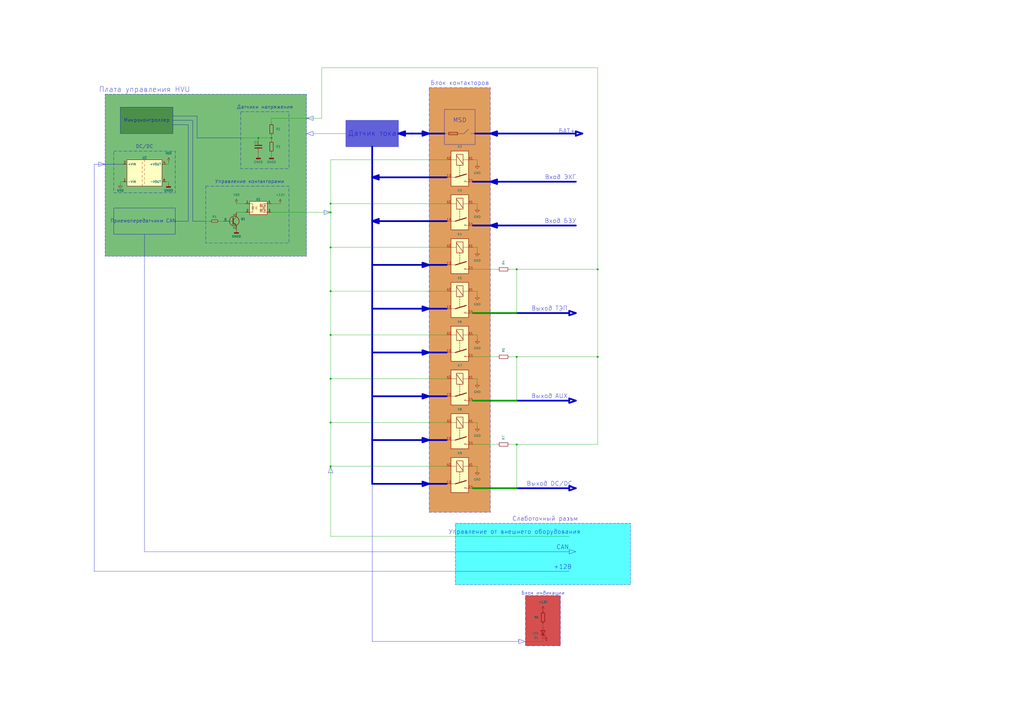
<source format=kicad_sch>
(kicad_sch (version 20231120) (generator "eeschema") (generator_version "8.0")
  (paper "A2")
  (title_block (title "Блок коммутаций HVU") (company "ООО \"Электротранспортные технологии\"") (comment 1 "НВЦТ. 0001.0400.001 Э2"))
  (lib_symbols
    (symbol "Device:C" (pin_numbers hide) (pin_names (offset 0.254))
      (property "Reference" "C" (at 0.635 2.54 0))
      (property "Value" "C" (at 0.635 -2.54 0))
      (symbol "C_0_1"
        (polyline (pts (xy -2.032 -0.762) (xy 2.032 -0.762)) (stroke (width 0.508)))
        (polyline (pts (xy -2.032 0.762) (xy 2.032 0.762)) (stroke (width 0.508)))
      )
      (symbol "C_1_1"
        (pin passive line (at 0 3.81 270) (length 2.794) (name "~") (number "1"))
        (pin passive line (at 0 -3.81 90) (length 2.794) (name "~") (number "2"))
      )
    )
    (symbol "Device:Fuse" (pin_numbers hide) (pin_names (offset 0))
      (property "Reference" "F" (at 2.032 0 90))
      (property "Value" "Fuse" (at -1.905 0 90))
      (symbol "Fuse_0_1"
        (rectangle (start -0.762 -2.54) (end 0.762 2.54) (stroke (width 0.254)))
        (polyline (pts (xy 0 2.54) (xy 0 -2.54)))
      )
      (symbol "Fuse_1_1"
        (pin passive line (at 0 3.81 270) (length 1.27) (name "~") (number "1"))
        (pin passive line (at 0 -3.81 90) (length 1.27) (name "~") (number "2"))
      )
    )
    (symbol "Device:LED" (pin_numbers hide) (pin_names (offset 1.016) hide)
      (property "Reference" "D" (at 0 2.54 0))
      (property "Value" "LED" (at 0 -2.54 0))
      (symbol "LED_0_1"
        (polyline (pts (xy -1.27 -1.27) (xy -1.27 1.27)) (stroke (width 0.254)))
        (polyline (pts (xy -1.27 0) (xy 1.27 0)))
        (polyline (pts (xy 1.27 -1.27) (xy 1.27 1.27) (xy -1.27 0) (xy 1.27 -1.27)) (stroke (width 0.254)))
        (polyline (pts (xy -3.048 -0.762) (xy -4.572 -2.286) (xy -3.81 -2.286) (xy -4.572 -2.286) (xy -4.572 -1.524)))
        (polyline (pts (xy -1.778 -0.762) (xy -3.302 -2.286) (xy -2.54 -2.286) (xy -3.302 -2.286) (xy -3.302 -1.524)))
      )
      (symbol "LED_1_1"
        (pin passive line (at -3.81 0 0) (length 2.54) (name "K") (number "1"))
        (pin passive line (at 3.81 0 180) (length 2.54) (name "A") (number "2"))
      )
    )
    (symbol "Device:R" (pin_numbers hide) (pin_names (offset 0))
      (property "Reference" "R" (at 2.032 0 90))
      (property "Value" "R" (at 0 0 90))
      (symbol "R_0_1"
        (rectangle (start -1.016 -2.54) (end 1.016 2.54) (stroke (width 0.254)))
      )
      (symbol "R_1_1"
        (pin passive line (at 0 3.81 270) (length 1.27) (name "~") (number "1"))
        (pin passive line (at 0 -3.81 90) (length 1.27) (name "~") (number "2"))
      )
    )
    (symbol "Device:R_Small" (pin_numbers hide) (pin_names (offset 0.254) hide)
      (property "Reference" "R" (at 0.762 0.508 0))
      (property "Value" "R_Small" (at 0.762 -1.016 0))
      (symbol "R_Small_0_1"
        (rectangle (start -0.762 1.778) (end 0.762 -1.778) (stroke (width 0.2032)))
      )
      (symbol "R_Small_1_1"
        (pin passive line (at 0 2.54 270) (length 0.762) (name "~") (number "1"))
        (pin passive line (at 0 -2.54 90) (length 0.762) (name "~") (number "2"))
      )
    )
    (symbol "Regulator_Switching:TMR_1-0515"
      (property "Reference" "U" (at -8.89 8.89 0))
      (property "Value" "TMR_1-0515" (at 10.16 8.89 0))
      (symbol "TMR_1-0515_0_1"
        (rectangle (start -10.16 7.62) (end 10.16 -7.62) (stroke (width 0.254)) (fill (type background)))
        (polyline (pts (xy -1.27 -7.62) (xy -1.27 -6.35)))
        (polyline (pts (xy -1.27 -5.08) (xy -1.27 -3.81)))
        (polyline (pts (xy -1.27 -2.54) (xy -1.27 -1.27)))
        (polyline (pts (xy -1.27 0) (xy -1.27 1.27)))
        (polyline (pts (xy -1.27 2.54) (xy -1.27 3.81)))
        (polyline (pts (xy -1.27 5.08) (xy -1.27 6.35)))
        (polyline (pts (xy 0 -5.08) (xy 0 -6.35)))
        (polyline (pts (xy 0 -2.54) (xy 0 -3.81)))
        (polyline (pts (xy 0 0) (xy 0 -1.27)))
        (polyline (pts (xy 0 2.54) (xy 0 1.27)))
        (polyline (pts (xy 0 5.08) (xy 0 3.81)))
        (polyline (pts (xy 0 7.62) (xy 0 6.35)))
      )
      (symbol "TMR_1-0515_1_1"
        (pin power_in line (at -12.7 -5.08 0) (length 2.54) (name "-VIN") (number "1"))
        (pin power_in line (at -12.7 5.08 0) (length 2.54) (name "+VIN") (number "2"))
        (pin power_out line (at 12.7 5.08 180) (length 2.54) (name "+VOUT") (number "4"))
        (pin power_out line (at 12.7 -5.08 180) (length 2.54) (name "-VOUT") (number "6"))
      )
    )
    (symbol "Relay:Fujitsu_FTR-LYAA005x"
      (property "Reference" "K" (at 11.43 3.81 0))
      (property "Value" "Fujitsu_FTR-LYAA005x" (at 11.43 1.27 0))
      (symbol "Fujitsu_FTR-LYAA005x_0_0"
        (polyline (pts (xy 7.62 5.08) (xy 7.62 2.54) (xy 6.985 3.175) (xy 7.62 3.81)))
      )
      (symbol "Fujitsu_FTR-LYAA005x_0_1"
        (rectangle (start -10.16 5.08) (end 10.16 -5.08) (stroke (width 0.254)) (fill (type background)))
        (rectangle (start -8.255 1.905) (end -1.905 -1.905) (stroke (width 0.254)))
        (polyline (pts (xy -7.62 -1.905) (xy -2.54 1.905)) (stroke (width 0.254)))
        (polyline (pts (xy -5.08 -5.08) (xy -5.08 -1.905)))
        (polyline (pts (xy -5.08 5.08) (xy -5.08 1.905)))
        (polyline (pts (xy -1.905 0) (xy -1.27 0)) (stroke (width 0.254)))
        (polyline (pts (xy -0.635 0) (xy 0 0)) (stroke (width 0.254)))
        (polyline (pts (xy 0.635 0) (xy 1.27 0)) (stroke (width 0.254)))
        (polyline (pts (xy 1.905 0) (xy 2.54 0)) (stroke (width 0.254)))
        (polyline (pts (xy 3.175 0) (xy 3.81 0)) (stroke (width 0.254)))
        (polyline (pts (xy 5.08 -2.54) (xy 3.175 3.81)) (stroke (width 0.508)))
        (polyline (pts (xy 5.08 -2.54) (xy 5.08 -5.08)))
      )
      (symbol "Fujitsu_FTR-LYAA005x_1_1"
        (pin passive line (at 5.08 -7.62 90) (length 2.54) (name "~") (number "13"))
        (pin passive line (at 7.62 7.62 270) (length 2.54) (name "~") (number "14"))
        (pin passive line (at -5.08 7.62 270) (length 2.54) (name "~") (number "A1"))
        (pin passive line (at -5.08 -7.62 90) (length 2.54) (name "~") (number "A2"))
      )
    )
    (symbol "Relay_SolidState:ASSR-1218"
      (property "Reference" "U" (at -5.08 5.08 0))
      (property "Value" "ASSR-1218" (at 0 5.08 0))
      (symbol "ASSR-1218_0_1"
        (rectangle (start -5.08 3.81) (end 5.08 -3.81) (stroke (width 0.254)) (fill (type background)))
        (polyline (pts (xy -3.81 -0.635) (xy -2.54 -0.635)))
        (polyline (pts (xy 1.016 -0.635) (xy 1.016 -2.159)) (stroke (width 0.2032)))
        (polyline (pts (xy 1.016 2.159) (xy 1.016 0.635)) (stroke (width 0.2032)))
        (polyline (pts (xy 1.524 -0.508) (xy 1.524 -0.762)) (stroke (width 0.3556)))
        (polyline (pts (xy 2.794 0) (xy 3.81 0)))
        (polyline (pts (xy 3.429 -1.651) (xy 4.191 -1.651)))
        (polyline (pts (xy 3.429 1.651) (xy 4.191 1.651)))
        (polyline (pts (xy 3.81 -2.54) (xy 3.81 2.54)))
        (polyline (pts (xy 1.524 -2.032) (xy 1.524 -2.286) (xy 1.524 -2.286)) (stroke (width 0.3556)))
        (polyline (pts (xy 1.524 -1.27) (xy 1.524 -1.524) (xy 1.524 -1.524)) (stroke (width 0.3556)))
        (polyline (pts (xy 1.524 0.762) (xy 1.524 0.508) (xy 1.524 0.508)) (stroke (width 0.3556)))
        (polyline (pts (xy 1.524 1.524) (xy 1.524 1.27) (xy 1.524 1.27)) (stroke (width 0.3556)))
        (polyline (pts (xy 1.524 2.286) (xy 1.524 2.032) (xy 1.524 2.032)) (stroke (width 0.3556)))
        (polyline (pts (xy 1.651 -1.397) (xy 2.794 -1.397) (xy 2.794 -0.635)))
        (polyline (pts (xy 1.651 1.397) (xy 2.794 1.397) (xy 2.794 0.635)))
        (polyline (pts (xy -5.08 2.54) (xy -3.175 2.54) (xy -3.175 -2.54) (xy -5.08 -2.54)))
        (polyline (pts (xy -3.175 -0.635) (xy -3.81 0.635) (xy -2.54 0.635) (xy -3.175 -0.635)))
        (polyline (pts (xy 1.651 -2.159) (xy 2.794 -2.159) (xy 2.794 -2.54) (xy 5.08 -2.54)))
        (polyline (pts (xy 1.651 -0.635) (xy 2.794 -0.635) (xy 2.794 0.635) (xy 1.651 0.635)))
        (polyline (pts (xy 1.651 2.159) (xy 2.794 2.159) (xy 2.794 2.54) (xy 5.08 2.54)))
        (polyline (pts (xy 1.778 -1.397) (xy 2.286 -1.27) (xy 2.286 -1.524) (xy 1.778 -1.397)))
        (polyline (pts (xy 1.778 1.397) (xy 2.286 1.524) (xy 2.286 1.27) (xy 1.778 1.397)))
        (polyline (pts (xy 3.81 -1.651) (xy 3.429 -0.889) (xy 4.191 -0.889) (xy 3.81 -1.651)))
        (polyline (pts (xy 3.81 1.651) (xy 3.429 0.889) (xy 4.191 0.889) (xy 3.81 1.651)))
        (polyline (pts (xy -1.905 -0.508) (xy -0.635 -0.508) (xy -1.016 -0.635) (xy -1.016 -0.381) (xy -0.635 -0.508)))
        (polyline (pts (xy -1.905 0.508) (xy -0.635 0.508) (xy -1.016 0.381) (xy -1.016 0.635) (xy -0.635 0.508)))
        (circle (center 2.794 -0.635) (radius 0.127))
        (circle (center 2.794 0) (radius 0.127))
        (circle (center 2.794 0.635) (radius 0.127))
        (circle (center 3.81 -2.54) (radius 0.127))
        (circle (center 3.81 0) (radius 0.127))
        (circle (center 3.81 2.54) (radius 0.127))
      )
      (symbol "ASSR-1218_1_1"
        (pin passive line (at -7.62 2.54 0) (length 2.54) (name "~") (number "1"))
        (pin passive line (at -7.62 -2.54 0) (length 2.54) (name "~") (number "2"))
        (pin passive line (at 7.62 -2.54 180) (length 2.54) (name "~") (number "3"))
        (pin passive line (at 7.62 2.54 180) (length 2.54) (name "~") (number "4"))
      )
    )
    (symbol "Simulation_SPICE:NPN" (pin_numbers hide) (pin_names (offset 0))
      (property "Reference" "Q" (at -2.54 7.62 0))
      (property "Value" "NPN" (at -2.54 5.08 0))
      (symbol "NPN_0_1"
        (polyline (pts (xy -2.54 0) (xy 0.635 0)) (stroke (width 0.1524)))
        (polyline (pts (xy 0.635 0.635) (xy 2.54 2.54)))
        (polyline (pts (xy 2.794 -1.27) (xy 2.794 -1.27)) (stroke (width 0.1524)))
        (polyline (pts (xy 2.794 -1.27) (xy 2.794 -1.27)) (stroke (width 0.1524)))
        (polyline (pts (xy 0.635 -0.635) (xy 2.54 -2.54) (xy 2.54 -2.54)))
        (polyline (pts (xy 0.635 1.905) (xy 0.635 -1.905) (xy 0.635 -1.905)) (stroke (width 0.508)))
        (polyline (pts (xy 1.27 -1.778) (xy 1.778 -1.27) (xy 2.286 -2.286) (xy 1.27 -1.778) (xy 1.27 -1.778)) (fill (type outline)))
        (circle (center 1.27 0) (radius 2.8194) (stroke (width 0.254)))
      )
      (symbol "NPN_1_1"
        (pin open_collector line (at 2.54 5.08 270) (length 2.54) (name "C") (number "1"))
        (pin input line (at -5.08 0 0) (length 2.54) (name "B") (number "2"))
        (pin open_emitter line (at 2.54 -5.08 90) (length 2.54) (name "E") (number "3"))
      )
    )
    (symbol "power:+12V" (power) (pin_numbers hide) (pin_names (offset 0) hide)
      (property "Value" "+12V" (at 0 3.556 0))
      (symbol "+12V_0_1"
        (polyline (pts (xy -0.762 1.27) (xy 0 2.54)))
        (polyline (pts (xy 0 0) (xy 0 2.54)))
        (polyline (pts (xy 0 2.54) (xy 0.762 1.27)))
      )
      (symbol "+12V_1_1"
        (pin power_in line (at 0 0 90) (length 0) (name "~") (number "1"))
      )
    )
    (symbol "power:GND" (power) (pin_numbers hide) (pin_names (offset 0) hide)
      (property "Value" "GND" (at 0 -3.81 0))
      (symbol "GND_0_1"
        (polyline (pts (xy 0 0) (xy 0 -1.27) (xy 1.27 -1.27) (xy 0 -2.54) (xy -1.27 -1.27) (xy 0 -1.27)))
      )
      (symbol "GND_1_1"
        (pin power_in line (at 0 0 270) (length 0) (name "~") (number "1"))
      )
    )
    (symbol "power:GNDD" (power) (pin_numbers hide) (pin_names (offset 0) hide)
      (property "Value" "GNDD" (at 0 -3.175 0))
      (symbol "GNDD_0_1"
        (rectangle (start -1.27 -1.524) (end 1.27 -2.032) (stroke (width 0.254)) (fill (type outline)))
        (polyline (pts (xy 0 0) (xy 0 -1.524)))
      )
      (symbol "GNDD_1_1"
        (pin power_in line (at 0 0 270) (length 0) (name "~") (number "1"))
      )
    )
    (symbol "power:VDD" (power) (pin_numbers hide) (pin_names (offset 0) hide)
      (property "Value" "VDD" (at 0 3.556 0))
      (symbol "VDD_0_1"
        (polyline (pts (xy -0.762 1.27) (xy 0 2.54)))
        (polyline (pts (xy 0 0) (xy 0 2.54)))
        (polyline (pts (xy 0 2.54) (xy 0.762 1.27)))
      )
      (symbol "VDD_1_1"
        (pin power_in line (at 0 0 90) (length 0) (name "~") (number "1"))
      )
    )
  )
  (junction (at 191.77 118.11))
  (junction (at 191.77 270.51))
  (junction (at 191.77 168.91))
  (junction (at 346.71 207.01))
  (junction (at 157.48 80.01))
  (junction (at 299.72 156.21))
  (junction (at 191.77 245.11))
  (junction (at 149.86 80.01))
  (junction (at 191.77 143.51))
  (junction (at 191.77 194.31))
  (junction (at 346.71 156.21))
  (junction (at 191.77 123.19))
  (junction (at 299.72 257.81))
  (junction (at 299.72 207.01))
  (junction (at 191.77 219.71))
  (wire (pts (xy 186.69 68.58) (xy 186.69 39.37)))
  (wire (pts (xy 299.72 156.21) (xy 295.91 156.21)))
  (polyline (pts (xy 100.33 69.85) (xy 110.49 69.85)))
  (wire (pts (xy 276.86 270.51) (xy 276.86 273.05)))
  (polyline (pts (xy 245.11 154.94) (xy 245.11 152.4)) (stroke (width 1)))
  (wire (pts (xy 259.08 92.71) (xy 191.77 92.71)))
  (polyline (pts (xy 288.29 78.74) (xy 284.48 77.47)) (stroke (width 1)))
  (polyline (pts (xy 267.97 77.47) (xy 269.24 77.47)))
  (wire (pts (xy 274.32 168.91) (xy 276.86 168.91)))
  (polyline (pts (xy 215.9 128.27) (xy 259.08 128.27)) (stroke (width 1)))
  (wire (pts (xy 274.32 232.41) (xy 299.72 232.41)) (stroke (width 1)))
  (wire (pts (xy 259.08 270.51) (xy 191.77 270.51)))
  (polyline (pts (xy 275.59 77.47) (xy 334.01 77.47)) (stroke (width 1)))
  (polyline (pts (xy 181.61 67.31) (xy 181.61 69.85)))
  (polyline (pts (xy 300.99 372.11) (xy 215.9 372.11)))
  (polyline (pts (xy 288.29 76.2) (xy 288.29 78.74)) (stroke (width 1)))
  (wire (pts (xy 314.96 363.22) (xy 314.96 361.95)))
  (polyline (pts (xy 219.71 104.14) (xy 215.9 102.87)) (stroke (width 1)))
  (polyline (pts (xy 248.92 204.47) (xy 245.11 205.74)) (stroke (width 1)))
  (wire (pts (xy 191.77 270.51) (xy 191.77 311.15)))
  (wire (pts (xy 274.32 92.71) (xy 276.86 92.71)))
  (wire (pts (xy 191.77 311.15) (xy 330.2 311.15)))
  (polyline (pts (xy 274.32 105.41) (xy 334.01 105.41)) (stroke (width 1)))
  (polyline (pts (xy 177.8 77.47) (xy 181.61 76.2)))
  (polyline (pts (xy 300.99 373.38) (xy 300.99 370.84)))
  (wire (pts (xy 346.71 257.81) (xy 299.72 257.81)))
  (polyline (pts (xy 215.9 280.67) (xy 259.08 280.67)) (stroke (width 1)))
  (wire (pts (xy 346.71 156.21) (xy 299.72 156.21)))
  (wire (pts (xy 274.32 207.01) (xy 288.29 207.01)))
  (wire (pts (xy 142.24 123.19) (xy 137.16 123.19)))
  (wire (pts (xy 346.71 207.01) (xy 346.71 257.81)))
  (polyline (pts (xy 245.11 279.4) (xy 248.92 280.67)) (stroke (width 1)))
  (polyline (pts (xy 288.29 129.54) (xy 288.29 132.08)) (stroke (width 1)))
  (wire (pts (xy 149.86 90.17) (xy 149.86 88.9)))
  (polyline (pts (xy 231.14 77.47) (xy 234.95 78.74)) (stroke (width 1)))
  (polyline (pts (xy 193.04 274.32) (xy 190.5 274.32)))
  (polyline (pts (xy 245.11 78.74) (xy 245.11 76.2)) (stroke (width 1)))
  (polyline (pts (xy 284.48 77.47) (xy 288.29 76.2)) (stroke (width 1)))
  (polyline (pts (xy 200.66 77.47) (xy 181.61 77.47)))
  (wire (pts (xy 299.72 181.61) (xy 299.72 156.21)))
  (wire (pts (xy 191.77 92.71) (xy 191.77 118.11)))
  (polyline (pts (xy 245.11 76.2) (xy 248.92 77.47)) (stroke (width 1)))
  (polyline (pts (xy 54.61 331.47) (xy 330.2 331.47)))
  (polyline (pts (xy 187.96 121.92) (xy 191.77 123.19)))
  (polyline (pts (xy 245.11 180.34) (xy 245.11 177.8)) (stroke (width 1)))
  (polyline (pts (xy 248.92 153.67) (xy 245.11 154.94)) (stroke (width 1)))
  (wire (pts (xy 191.77 194.31) (xy 259.08 194.31)))
  (wire (pts (xy 274.32 156.21) (xy 288.29 156.21)))
  (wire (pts (xy 257.81 77.47) (xy 259.08 77.47)))
  (wire (pts (xy 97.79 105.41) (xy 97.79 106.68)))
  (wire (pts (xy 346.71 156.21) (xy 346.71 207.01)))
  (polyline (pts (xy 219.71 101.6) (xy 219.71 104.14)) (stroke (width 1)))
  (polyline (pts (xy 334.01 283.21) (xy 330.2 284.48)) (stroke (width 1)))
  (wire (pts (xy 191.77 245.11) (xy 259.08 245.11)))
  (polyline (pts (xy 215.9 229.87) (xy 259.08 229.87)) (stroke (width 1)))
  (polyline (pts (xy 114.3 80.01) (xy 139.7 80.01)))
  (wire (pts (xy 299.72 257.81) (xy 295.91 257.81)))
  (wire (pts (xy 274.32 283.21) (xy 299.72 283.21)) (stroke (width 1)))
  (polyline (pts (xy 248.92 280.67) (xy 245.11 281.94)) (stroke (width 1)))
  (polyline (pts (xy 245.11 203.2) (xy 248.92 204.47)) (stroke (width 1)))
  (polyline (pts (xy 181.61 76.2) (xy 181.61 78.74)))
  (polyline (pts (xy 215.9 255.27) (xy 259.08 255.27)) (stroke (width 1)))
  (wire (pts (xy 149.86 80.01) (xy 157.48 80.01)))
  (polyline (pts (xy 300.99 370.84) (xy 304.8 372.11)))
  (polyline (pts (xy 288.29 104.14) (xy 288.29 106.68)) (stroke (width 1)))
  (polyline (pts (xy 109.22 90.17) (xy 109.22 128.27)))
  (polyline (pts (xy 100.33 72.39) (xy 107.95 72.39)))
  (polyline (pts (xy 299.72 181.61) (xy 330.2 181.61)) (stroke (width 1)))
  (wire (pts (xy 274.32 245.11) (xy 276.86 245.11)))
  (wire (pts (xy 191.77 168.91) (xy 259.08 168.91)))
  (polyline (pts (xy 334.01 232.41) (xy 330.2 233.68)) (stroke (width 1)))
  (wire (pts (xy 127 128.27) (xy 129.54 128.27)))
  (polyline (pts (xy 83.82 135.89) (xy 83.82 156.21)))
  (polyline (pts (xy 234.95 78.74) (xy 234.95 76.2)) (stroke (width 1)))
  (polyline (pts (xy 299.72 232.41) (xy 330.2 232.41)) (stroke (width 1)))
  (polyline (pts (xy 215.9 128.27) (xy 219.71 127)) (stroke (width 1)))
  (polyline (pts (xy 266.7 77.47) (xy 267.97 77.47)))
  (polyline (pts (xy 330.2 182.88) (xy 330.2 180.34)) (stroke (width 1)))
  (polyline (pts (xy 248.92 255.27) (xy 245.11 256.54)) (stroke (width 1)))
  (wire (pts (xy 304.8 372.11) (xy 314.96 372.11)))
  (polyline (pts (xy 57.15 93.98) (xy 60.96 95.25)))
  (wire (pts (xy 259.08 143.51) (xy 191.77 143.51)))
  (wire (pts (xy 191.77 118.11) (xy 191.77 123.19)))
  (polyline (pts (xy 215.9 204.47) (xy 259.08 204.47)) (stroke (width 1)))
  (wire (pts (xy 274.32 143.51) (xy 276.86 143.51)))
  (polyline (pts (xy 60.96 95.25) (xy 69.85 95.25)))
  (polyline (pts (xy 334.01 78.74) (xy 334.01 76.2)) (stroke (width 1)))
  (polyline (pts (xy 109.22 90.17) (xy 109.22 72.39)))
  (polyline (pts (xy 274.32 130.81) (xy 334.01 130.81)) (stroke (width 1)))
  (polyline (pts (xy 54.61 95.25) (xy 54.61 331.47)))
  (polyline (pts (xy 215.9 153.67) (xy 259.08 153.67)) (stroke (width 1)))
  (wire (pts (xy 157.48 78.74) (xy 157.48 80.01)))
  (wire (pts (xy 276.86 92.71) (xy 276.86 95.25)))
  (polyline (pts (xy 215.9 179.07) (xy 259.08 179.07)) (stroke (width 1)))
  (polyline (pts (xy 330.2 233.68) (xy 330.2 231.14)) (stroke (width 1)))
  (polyline (pts (xy 334.01 181.61) (xy 330.2 182.88)) (stroke (width 1)))
  (wire (pts (xy 186.69 39.37) (xy 346.71 39.37)))
  (wire (pts (xy 191.77 123.19) (xy 191.77 143.51)))
  (wire (pts (xy 71.12 105.41) (xy 69.85 105.41)))
  (polyline (pts (xy 300.99 370.84) (xy 300.99 372.11)))
  (polyline (pts (xy 248.92 179.07) (xy 245.11 180.34)) (stroke (width 1)))
  (polyline (pts (xy 248.92 77.47) (xy 245.11 78.74)) (stroke (width 1)))
  (polyline (pts (xy 177.8 68.58) (xy 181.61 67.31)))
  (wire (pts (xy 276.86 245.11) (xy 276.86 247.65)))
  (polyline (pts (xy 215.9 102.87) (xy 259.08 102.87)) (stroke (width 1)))
  (wire (pts (xy 274.32 257.81) (xy 288.29 257.81)))
  (wire (pts (xy 157.48 71.12) (xy 157.48 68.58)))
  (polyline (pts (xy 330.2 284.48) (xy 330.2 281.94)) (stroke (width 1)))
  (wire (pts (xy 191.77 143.51) (xy 191.77 168.91)))
  (polyline (pts (xy 337.82 77.47) (xy 334.01 78.74)) (stroke (width 1)))
  (polyline (pts (xy 69.85 95.25) (xy 71.12 95.25)))
  (polyline (pts (xy 111.76 69.85) (xy 110.49 69.85)))
  (wire (pts (xy 191.77 194.31) (xy 191.77 168.91)))
  (wire (pts (xy 299.72 232.41) (xy 299.72 207.01)))
  (polyline (pts (xy 334.01 320.04) (xy 330.2 321.31)))
  (polyline (pts (xy 245.11 254) (xy 248.92 255.27)) (stroke (width 1)))
  (wire (pts (xy 137.16 118.11) (xy 142.24 118.11)))
  (wire (pts (xy 157.48 90.17) (xy 157.48 88.9)))
  (polyline (pts (xy 248.92 229.87) (xy 245.11 231.14)) (stroke (width 1)))
  (wire (pts (xy 149.86 81.28) (xy 149.86 80.01)))
  (wire (pts (xy 191.77 219.71) (xy 191.77 194.31)))
  (polyline (pts (xy 111.76 87.63) (xy 111.76 128.27)))
  (wire (pts (xy 191.77 219.71) (xy 259.08 219.71)))
  (wire (pts (xy 119.38 128.27) (xy 121.92 128.27)))
  (polyline (pts (xy 101.6 128.27) (xy 109.22 128.27)))
  (polyline (pts (xy 330.2 231.14) (xy 334.01 232.41)) (stroke (width 1)))
  (polyline (pts (xy 114.3 67.31) (xy 113.03 67.31)))
  (wire (pts (xy 191.77 245.11) (xy 191.77 219.71)))
  (polyline (pts (xy 288.29 132.08) (xy 284.48 130.81)) (stroke (width 1)))
  (wire (pts (xy 276.86 219.71) (xy 276.86 222.25)))
  (wire (pts (xy 69.85 105.41) (xy 69.85 106.68)))
  (polyline (pts (xy 215.9 102.87) (xy 219.71 101.6)) (stroke (width 1)))
  (wire (pts (xy 274.32 219.71) (xy 276.86 219.71)))
  (wire (pts (xy 276.86 168.91) (xy 276.86 171.45)))
  (wire (pts (xy 299.72 207.01) (xy 295.91 207.01)))
  (polyline (pts (xy 181.61 78.74) (xy 177.8 77.47)))
  (polyline (pts (xy 245.11 205.74) (xy 245.11 203.2)) (stroke (width 1)))
  (polyline (pts (xy 245.11 152.4) (xy 248.92 153.67)) (stroke (width 1)))
  (polyline (pts (xy 111.76 128.27) (xy 119.38 128.27)))
  (polyline (pts (xy 83.82 156.21) (xy 83.82 320.04)))
  (wire (pts (xy 97.79 95.25) (xy 97.79 93.98)))
  (polyline (pts (xy 245.11 281.94) (xy 245.11 279.4)) (stroke (width 1)))
  (polyline (pts (xy 304.8 372.11) (xy 300.99 373.38)))
  (wire (pts (xy 157.48 68.58) (xy 186.69 68.58)))
  (polyline (pts (xy 284.48 130.81) (xy 288.29 129.54)) (stroke (width 1)))
  (wire (pts (xy 274.32 118.11) (xy 276.86 118.11)))
  (wire (pts (xy 259.08 118.11) (xy 191.77 118.11)))
  (polyline (pts (xy 245.11 228.6) (xy 248.92 229.87)) (stroke (width 1)))
  (polyline (pts (xy 190.5 274.32) (xy 191.77 270.51)))
  (polyline (pts (xy 57.15 96.52) (xy 57.15 93.98)))
  (polyline (pts (xy 187.96 124.46) (xy 187.96 121.92)))
  (polyline (pts (xy 245.11 231.14) (xy 245.11 228.6)) (stroke (width 1)))
  (polyline (pts (xy 215.9 255.27) (xy 215.9 280.67)) (stroke (width 1)))
  (wire (pts (xy 96.52 105.41) (xy 97.79 105.41)))
  (wire (pts (xy 346.71 39.37) (xy 346.71 156.21)))
  (polyline (pts (xy 334.01 76.2) (xy 337.82 77.47)) (stroke (width 1)))
  (wire (pts (xy 157.48 80.01) (xy 157.48 81.28)))
  (polyline (pts (xy 109.22 72.39) (xy 107.95 72.39)))
  (polyline (pts (xy 111.76 87.63) (xy 111.76 69.85)))
  (polyline (pts (xy 177.8 68.58) (xy 179.07 68.58)))
  (polyline (pts (xy 114.3 80.01) (xy 114.3 67.31)))
  (polyline (pts (xy 60.96 95.25) (xy 57.15 96.52)))
  (polyline (pts (xy 191.77 270.51) (xy 193.04 274.32)))
  (polyline (pts (xy 219.71 129.54) (xy 215.9 128.27)) (stroke (width 1)))
  (polyline (pts (xy 215.9 85.09) (xy 215.9 255.27)) (stroke (width 1)))
  (wire (pts (xy 274.32 270.51) (xy 276.86 270.51)))
  (polyline (pts (xy 299.72 283.21) (xy 330.2 283.21)) (stroke (width 1)))
  (polyline (pts (xy 231.14 77.47) (xy 238.76 77.47)) (stroke (width 1)))
  (polyline (pts (xy 330.2 180.34) (xy 334.01 181.61)) (stroke (width 1)))
  (polyline (pts (xy 269.24 77.47) (xy 271.78 74.93)))
  (polyline (pts (xy 330.2 318.77) (xy 334.01 320.04)))
  (polyline (pts (xy 83.82 320.04) (xy 330.2 320.04)))
  (polyline (pts (xy 234.95 76.2) (xy 231.14 77.47)) (stroke (width 1)))
  (polyline (pts (xy 245.11 177.8) (xy 248.92 179.07)) (stroke (width 1)))
  (polyline (pts (xy 245.11 256.54) (xy 245.11 254)) (stroke (width 1)))
  (polyline (pts (xy 215.9 372.11) (xy 215.9 280.67)))
  (wire (pts (xy 276.86 118.11) (xy 276.86 120.65)))
  (polyline (pts (xy 191.77 123.19) (xy 187.96 124.46)))
  (polyline (pts (xy 284.48 105.41) (xy 288.29 104.14)) (stroke (width 1)))
  (wire (pts (xy 276.86 143.51) (xy 276.86 146.05)))
  (polyline (pts (xy 238.76 77.47) (xy 257.81 77.47)) (stroke (width 1)))
  (wire (pts (xy 274.32 181.61) (xy 299.72 181.61)) (stroke (width 1)))
  (polyline (pts (xy 60.96 95.25) (xy 54.61 95.25)))
  (polyline (pts (xy 330.2 321.31) (xy 330.2 318.77)))
  (polyline (pts (xy 181.61 69.85) (xy 177.8 68.58)))
  (polyline (pts (xy 273.05 77.47) (xy 275.59 77.47)))
  (polyline (pts (xy 330.2 281.94) (xy 334.01 283.21)) (stroke (width 1)))
  (wire (pts (xy 157.48 118.11) (xy 162.56 118.11)))
  (wire (pts (xy 299.72 283.21) (xy 299.72 257.81)))
  (wire (pts (xy 276.86 194.31) (xy 276.86 196.85)))
  (wire (pts (xy 191.77 270.51) (xy 191.77 245.11)))
  (wire (pts (xy 96.52 95.25) (xy 97.79 95.25)))
  (polyline (pts (xy 288.29 106.68) (xy 284.48 105.41)) (stroke (width 1)))
  (wire (pts (xy 157.48 123.19) (xy 191.77 123.19)))
  (polyline (pts (xy 219.71 127) (xy 219.71 129.54)) (stroke (width 1)))
  (wire (pts (xy 346.71 207.01) (xy 299.72 207.01)))
  (polyline (pts (xy 100.33 67.31) (xy 113.03 67.31)))
  (wire (pts (xy 274.32 194.31) (xy 276.86 194.31)))
  (wire (pts (xy 314.96 370.84) (xy 314.96 372.11)))
  (wire (pts (xy 139.7 80.01) (xy 149.86 80.01)))
  (rectangle (start 248.92 50.8) (end 284.48 297.18) (stroke (width 0) (type dash_dot)) (fill (type color) (color 204 102 0 0.63)))
  (rectangle (start 264.16 303.53) (end 365.76 339.09) (stroke (width 0) (type dash)) (fill (type color) (color 0 255 255 0.65)))
  (rectangle (start 257.81 63.5) (end 275.59 83.82))
  (rectangle (start 66.04 120.65) (end 101.6 135.89))
  (rectangle (start 60.96 54.61) (end 177.8 148.59) (stroke (width 0) (type dash)) (fill (type color) (color 0 132 0 0.53)))
  (rectangle (start 304.8 345.44) (end 325.12 374.65) (stroke (width 0) (type dash_dot)) (fill (type color) (color 194 0 0 0.69)))
  (rectangle (start 119.38 107.95) (end 167.64 140.97) (stroke (width 0) (type dash_dot)))
  (rectangle (start 200.66 69.85) (end 231.14 85.09) (fill (type color) (color 0 0 194 0.62)))
  (rectangle (start 69.85 62.23) (end 100.33 77.47) (fill (type color) (color 132 132 132 0.77)))
  (rectangle (start 139.7 64.77) (end 167.64 97.79) (stroke (width 0) (type dash_dot)))
  (rectangle (start 66.04 87.63) (end 101.6 111.76) (stroke (width 0) (type dash_dot)))
  (text "MSD" (at 266.7 69.85 0) (effects (font (size 2.5 2.5))))
  (text "Датчик тока" (at 215.9 77.47 0) (effects (font (size 3 3))))
  (text "CAN" (at 326.39 317.5 0) (effects (font (size 2.5 2.5))))
  (text "Слаботочный разъм" (at 316.23 300.99 0) (effects (font (size 2.5 2.5))))
  (text "Выход AUX" (at 318.77 229.87 0) (effects (font (size 2.5 2.5))))
  (text "Вход БЗУ" (at 325.12 128.27 0) (effects (font (size 2.5 2.5))))
  (text "DC/DC" (at 83.82 85.09 0) (effects (font (size 2 2))))
  (text "Вход ЭХГ" (at 325.12 102.87 0) (effects (font (size 2.5 2.5))))
  (text "Блок контакторов" (at 266.7 48.26 0) (effects (font (size 2.5 2.5))))
  (text "Микроконтроллер" (at 85.09 69.85 0) (effects (font (size 2 2))))
  (text "Плата управления HVU" (at 83.82 52.07 0) (effects (font (size 3 3))))
  (text "Управление от внешнего оборудования" (at 298.45 308.61 0) (effects (font (size 2.5 2.5))))
  (text "Датчики напряжения" (at 153.67 62.23 0) (effects (font (size 2 2))))
  (text "Приемопередатчикм CAN " (at 83.82 128.27 0) (effects (font (size 2 2))))
  (text "Управление контакторами" (at 144.78 105.41 0) (effects (font (size 2 2))))
  (text "БАТ+" (at 328.93 76.2 0) (effects (font (size 2.5 2.5))))
  (text "Выход ТЭП" (at 318.77 179.07 0) (effects (font (size 2.5 2.5))))
  (text "Блок индикации" (at 314.96 344.17 0) (effects (font (size 2 2))))
  (text "Выход DC/DC" (at 318.77 280.67 0) (effects (font (size 2.5 2.5))))
  (text "+12В" (at 326.39 328.93 0) (effects (font (size 2.5 2.5))))
  (symbol (lib_id "power:GND") (at 69.85 106.68 0) (unit 1)
    (property "Reference" "#PWR018" (effects (hide yes)))
    (property "Value" "GND" (at 69.85 110.49 0))
    (property "Description" "Power symbol creates a global label with name \"GND\" , ground" (effects (hide yes)))
  )
  (symbol (lib_id "Device:R") (at 314.96 358.14 180) (unit 1)
    (property "Reference" "R6" (at 312.42 358.14 0) (effects (justify left)))
    (property "Value" "R" (effects (hide yes)))
    (property "Description" "Resistor" (effects (hide yes)))
  )
  (symbol (lib_id "Device:R") (at 157.48 74.93 0) (unit 1)
    (property "Reference" "R2" (at 160.02 74.93 0) (effects (justify left)))
    (property "Value" "R" (effects (hide yes)))
    (property "Description" "Resistor" (effects (hide yes)))
  )
  (symbol (lib_id "power:GND") (at 276.86 120.65 0) (unit 1)
    (property "Reference" "#PWR08" (effects (hide yes)))
    (property "Value" "GND" (at 276.86 125.73 0))
    (property "Description" "Power symbol creates a global label with name \"GND\" , ground" (effects (hide yes)))
  )
  (symbol (lib_id "Simulation_SPICE:NPN") (at 134.62 128.27 0) (unit 1)
    (property "Reference" "Q1" (at 139.7 127 0) (effects (justify left)))
    (property "Value" "NPN" (effects (hide yes)))
    (property "Datasheet" "https://ngspice.sourceforge.io/docs/ngspice-html-manual/manual.xhtml#cha_BJTs" (effects (hide yes)))
    (property "Description" "Bipolar transistor symbol for simulation only, substrate tied to the emitter" (effects (hide yes)))
    (property "Sim.Device" "NPN" (effects (hide yes)))
    (property "Sim.Type" "GUMMELPOON" (effects (hide yes)))
    (property "Sim.Pins" "1=C 2=B 3=E" (effects (hide yes)))
  )
  (symbol (lib_id "power:GND") (at 276.86 222.25 0) (unit 1)
    (property "Reference" "#PWR012" (effects (hide yes)))
    (property "Value" "GND" (at 276.86 227.33 0))
    (property "Description" "Power symbol creates a global label with name \"GND\" , ground" (effects (hide yes)))
  )
  (symbol (lib_id "power:VDD") (at 97.79 93.98 0) (unit 1)
    (property "Reference" "#PWR016" (effects (hide yes)))
    (property "Value" "VDD" (at 97.79 88.9 0))
    (property "Description" "Power symbol creates a global label with name \"VDD\"" (effects (hide yes)))
  )
  (symbol (lib_id "power:GND") (at 276.86 146.05 0) (unit 1)
    (property "Reference" "#PWR09" (effects (hide yes)))
    (property "Value" "GND" (at 276.86 151.13 0))
    (property "Description" "Power symbol creates a global label with name \"GND\" , ground" (effects (hide yes)))
  )
  (symbol (lib_id "Device:R") (at 292.1 156.21 90) (unit 1)
    (property "Reference" "R4" (at 292.1 153.67 0) (effects (justify left)))
    (property "Value" "R" (effects (hide yes)))
    (property "Description" "Resistor" (effects (hide yes)))
  )
  (symbol (lib_id "power:GNDD") (at 97.79 106.68 0) (unit 1)
    (property "Reference" "#PWR015" (effects (hide yes)))
    (property "Value" "GNDD" (at 97.79 110.49 0))
    (property "Description" "Power symbol creates a global label with name \"GNDD\" , digital ground" (effects (hide yes)))
  )
  (symbol (lib_id "power:GNDD") (at 149.86 90.17 0) (unit 1)
    (property "Reference" "#PWR01" (effects (hide yes)))
    (property "Value" "GNDD" (at 149.86 93.98 0))
    (property "Description" "Power symbol creates a global label with name \"GNDD\" , digital ground" (effects (hide yes)))
  )
  (symbol (lib_id "power:GND") (at 276.86 247.65 0) (unit 1)
    (property "Reference" "#PWR013" (effects (hide yes)))
    (property "Value" "GND" (at 276.86 252.73 0))
    (property "Description" "Power symbol creates a global label with name \"GND\" , ground" (effects (hide yes)))
  )
  (symbol (lib_id "Relay:Fujitsu_FTR-LYAA005x") (at 266.7 173.99 270) (unit 1)
    (property "Reference" "K5" (at 266.7 161.29 90))
    (property "Value" "Fujitsu_FTR-LYAA005x" (effects (hide yes)))
    (property "Footprint" "Relay_THT:Relay_SPST-NO_Fujitsu_FTR-LYAA005x_FormA_Vertical" (effects (hide yes)))
    (property "Datasheet" "https://www.fujitsu.com/sg/imagesgig5/ftr-ly.pdf" (effects (hide yes)))
    (property "Description" "Relay, SPST Form A, vertical mount, 5-60V coil, 6A, 250VAC, 28 x 5 x 15mm" (effects (hide yes)))
  )
  (symbol (lib_id "Relay:Fujitsu_FTR-LYAA005x") (at 266.7 199.39 270) (unit 1)
    (property "Reference" "K6" (at 266.7 186.69 90))
    (property "Value" "Fujitsu_FTR-LYAA005x" (effects (hide yes)))
    (property "Footprint" "Relay_THT:Relay_SPST-NO_Fujitsu_FTR-LYAA005x_FormA_Vertical" (effects (hide yes)))
    (property "Datasheet" "https://www.fujitsu.com/sg/imagesgig5/ftr-ly.pdf" (effects (hide yes)))
    (property "Description" "Relay, SPST Form A, vertical mount, 5-60V coil, 6A, 250VAC, 28 x 5 x 15mm" (effects (hide yes)))
  )
  (symbol (lib_id "Relay:Fujitsu_FTR-LYAA005x") (at 266.7 123.19 270) (unit 1)
    (property "Reference" "K3" (at 266.7 110.49 90))
    (property "Value" "Fujitsu_FTR-LYAA005x" (effects (hide yes)))
    (property "Footprint" "Relay_THT:Relay_SPST-NO_Fujitsu_FTR-LYAA005x_FormA_Vertical" (effects (hide yes)))
    (property "Datasheet" "https://www.fujitsu.com/sg/imagesgig5/ftr-ly.pdf" (effects (hide yes)))
    (property "Description" "Relay, SPST Form A, vertical mount, 5-60V coil, 6A, 250VAC, 28 x 5 x 15mm" (effects (hide yes)))
  )
  (symbol (lib_id "power:GND") (at 276.86 196.85 0) (unit 1)
    (property "Reference" "#PWR011" (effects (hide yes)))
    (property "Value" "GND" (at 276.86 201.93 0))
    (property "Description" "Power symbol creates a global label with name \"GND\" , ground" (effects (hide yes)))
  )
  (symbol (lib_id "power:GND") (at 276.86 95.25 0) (unit 1)
    (property "Reference" "#PWR07" (effects (hide yes)))
    (property "Value" "GND" (at 276.86 100.33 0))
    (property "Description" "Power symbol creates a global label with name \"GND\" , ground" (effects (hide yes)))
  )
  (symbol (lib_id "power:GNDD") (at 157.48 90.17 0) (unit 1)
    (property "Reference" "#PWR04" (effects (hide yes)))
    (property "Value" "GNDD" (at 157.48 93.98 0))
    (property "Description" "Power symbol creates a global label with name \"GNDD\" , digital ground" (effects (hide yes)))
  )
  (symbol (lib_id "power:+12V") (at 314.96 354.33 0) (unit 1)
    (property "Reference" "#PWR06" (effects (hide yes)))
    (property "Value" "+12V" (at 314.96 349.25 0))
    (property "Description" "Power symbol creates a global label with name \"+12V\"" (effects (hide yes)))
  )
  (symbol (lib_id "Device:R_Small") (at 124.46 128.27 90) (unit 1)
    (property "Reference" "R1" (at 124.46 125.73 90))
    (property "Value" "R_Small" (effects (hide yes)))
    (property "Description" "Resistor, small symbol" (effects (hide yes)))
  )
  (symbol (lib_id "Relay_SolidState:ASSR-1218") (at 149.86 120.65 0) (unit 1)
    (property "Reference" "U1" (at 149.86 115.57 0))
    (property "Value" "ASSR-1218" (effects (hide yes)))
    (property "Footprint" "Package_SO:SO-4_4.4x4.3mm_P2.54mm" (effects (hide yes)))
    (property "Datasheet" "https://docs.broadcom.com/docs/AV02-0173EN" (effects (hide yes)))
    (property "Description" "Form A, Solid State Relay (Photo MOSFET) 60V, 0.2A, 10Ohm, SO-4" (effects (hide yes)))
  )
  (symbol (lib_id "power:GND") (at 276.86 171.45 0) (unit 1)
    (property "Reference" "#PWR010" (effects (hide yes)))
    (property "Value" "GND" (at 276.86 176.53 0))
    (property "Description" "Power symbol creates a global label with name \"GND\" , ground" (effects (hide yes)))
  )
  (symbol (lib_id "Regulator_Switching:TMR_1-0515") (at 83.82 100.33 0) (unit 1)
    (property "Reference" "U2" (at 83.82 91.44 0))
    (property "Value" "TMR_1-0515" (effects (hide yes)))
    (property "Footprint" "Converter_DCDC:Converter_DCDC_TRACO_TMR-1-xxxx_Single_THT" (effects (hide yes)))
    (property "Datasheet" "http://assets.tracopower.com/TMR1/documents/tmr1-datasheet.pdf" (effects (hide yes)))
    (property "Description" "42mA Regulated 1W DC/DC converter with 1.5kV isolation, 4.5V-9V input, 24V fixed Output Voltage, SIP-6" (effects (hide yes)))
  )
  (symbol (lib_id "Device:R") (at 292.1 257.81 90) (unit 1)
    (property "Reference" "R7" (at 292.1 255.27 0) (effects (justify left)))
    (property "Value" "R" (effects (hide yes)))
    (property "Description" "Resistor" (effects (hide yes)))
  )
  (symbol (lib_id "Relay:Fujitsu_FTR-LYAA005x") (at 266.7 250.19 270) (unit 1)
    (property "Reference" "K8" (at 266.7 237.49 90))
    (property "Value" "Fujitsu_FTR-LYAA005x" (effects (hide yes)))
    (property "Footprint" "Relay_THT:Relay_SPST-NO_Fujitsu_FTR-LYAA005x_FormA_Vertical" (effects (hide yes)))
    (property "Datasheet" "https://www.fujitsu.com/sg/imagesgig5/ftr-ly.pdf" (effects (hide yes)))
    (property "Description" "Relay, SPST Form A, vertical mount, 5-60V coil, 6A, 250VAC, 28 x 5 x 15mm" (effects (hide yes)))
  )
  (symbol (lib_id "power:VDD") (at 137.16 118.11 0) (unit 1)
    (property "Reference" "#PWR02" (effects (hide yes)))
    (property "Value" "VDD" (at 137.16 113.03 0))
    (property "Description" "Power symbol creates a global label with name \"VDD\"" (effects (hide yes)))
  )
  (symbol (lib_id "power:GNDD") (at 137.16 133.35 0) (unit 1)
    (property "Reference" "#PWR014" (effects (hide yes)))
    (property "Value" "GNDD" (at 137.16 137.16 0))
    (property "Description" "Power symbol creates a global label with name \"GNDD\" , digital ground" (effects (hide yes)))
  )
  (symbol (lib_id "Device:R") (at 157.48 85.09 0) (unit 1)
    (property "Reference" "R3" (at 160.02 85.09 0) (effects (justify left)))
    (property "Value" "R" (effects (hide yes)))
    (property "Description" "Resistor" (effects (hide yes)))
  )
  (symbol (lib_id "Device:C") (at 149.86 85.09 0) (unit 1)
    (property "Reference" "C1" (at 147.32 82.55 0) (effects (justify left)))
    (property "Value" "C" (effects (hide yes)))
    (property "Description" "Unpolarized capacitor" (effects (hide yes)))
  )
  (symbol (lib_id "power:+12V") (at 162.56 118.11 0) (unit 1)
    (property "Reference" "#PWR03" (effects (hide yes)))
    (property "Value" "+12V" (at 162.56 113.03 0))
    (property "Description" "Power symbol creates a global label with name \"+12V\"" (effects (hide yes)))
  )
  (symbol (lib_id "Device:R") (at 292.1 207.01 90) (unit 1)
    (property "Reference" "R5" (at 292.1 204.47 0) (effects (justify left)))
    (property "Value" "R" (effects (hide yes)))
    (property "Description" "Resistor" (effects (hide yes)))
  )
  (symbol (lib_id "Device:LED") (at 314.96 367.03 90) (unit 1)
    (property "Reference" "D1" (at 312.42 369.8875 90) (effects (justify left)))
    (property "Value" "LED" (at 312.42 367.3475 90) (effects (justify left)))
    (property "Description" "Light emitting diode" (effects (hide yes)))
  )
  (symbol (lib_id "Device:Fuse") (at 262.89 77.47 90) (unit 1)
    (property "Reference" "F1" (effects (hide yes)))
    (property "Value" "Fuse" (effects (hide yes)))
    (property "Description" "Fuse" (effects (hide yes)))
  )
  (symbol (lib_id "Relay:Fujitsu_FTR-LYAA005x") (at 266.7 224.79 270) (unit 1)
    (property "Reference" "K7" (at 266.7 212.09 90))
    (property "Value" "Fujitsu_FTR-LYAA005x" (effects (hide yes)))
    (property "Footprint" "Relay_THT:Relay_SPST-NO_Fujitsu_FTR-LYAA005x_FormA_Vertical" (effects (hide yes)))
    (property "Datasheet" "https://www.fujitsu.com/sg/imagesgig5/ftr-ly.pdf" (effects (hide yes)))
    (property "Description" "Relay, SPST Form A, vertical mount, 5-60V coil, 6A, 250VAC, 28 x 5 x 15mm" (effects (hide yes)))
  )
  (symbol (lib_id "Relay:Fujitsu_FTR-LYAA005x") (at 266.7 275.59 270) (unit 1)
    (property "Reference" "K9" (at 266.7 262.89 90))
    (property "Value" "Fujitsu_FTR-LYAA005x" (effects (hide yes)))
    (property "Footprint" "Relay_THT:Relay_SPST-NO_Fujitsu_FTR-LYAA005x_FormA_Vertical" (effects (hide yes)))
    (property "Datasheet" "https://www.fujitsu.com/sg/imagesgig5/ftr-ly.pdf" (effects (hide yes)))
    (property "Description" "Relay, SPST Form A, vertical mount, 5-60V coil, 6A, 250VAC, 28 x 5 x 15mm" (effects (hide yes)))
  )
  (symbol (lib_id "power:GND") (at 276.86 273.05 0) (unit 1)
    (property "Reference" "#PWR05" (effects (hide yes)))
    (property "Value" "GND" (at 276.86 278.13 0))
    (property "Description" "Power symbol creates a global label with name \"GND\" , ground" (effects (hide yes)))
  )
  (symbol (lib_id "Relay:Fujitsu_FTR-LYAA005x") (at 266.7 148.59 270) (unit 1)
    (property "Reference" "K4" (at 266.7 135.89 90))
    (property "Value" "Fujitsu_FTR-LYAA005x" (effects (hide yes)))
    (property "Footprint" "Relay_THT:Relay_SPST-NO_Fujitsu_FTR-LYAA005x_FormA_Vertical" (effects (hide yes)))
    (property "Datasheet" "https://www.fujitsu.com/sg/imagesgig5/ftr-ly.pdf" (effects (hide yes)))
    (property "Description" "Relay, SPST Form A, vertical mount, 5-60V coil, 6A, 250VAC, 28 x 5 x 15mm" (effects (hide yes)))
  )
  (symbol (lib_id "Relay:Fujitsu_FTR-LYAA005x") (at 266.7 97.79 270) (unit 1)
    (property "Reference" "K2" (at 266.7 85.09 90))
    (property "Value" "Fujitsu_FTR-LYAA005x" (effects (hide yes)))
    (property "Footprint" "Relay_THT:Relay_SPST-NO_Fujitsu_FTR-LYAA005x_FormA_Vertical" (effects (hide yes)))
    (property "Datasheet" "https://www.fujitsu.com/sg/imagesgig5/ftr-ly.pdf" (effects (hide yes)))
    (property "Description" "Relay, SPST Form A, vertical mount, 5-60V coil, 6A, 250VAC, 28 x 5 x 15mm" (effects (hide yes)))
  )
)
</source>
